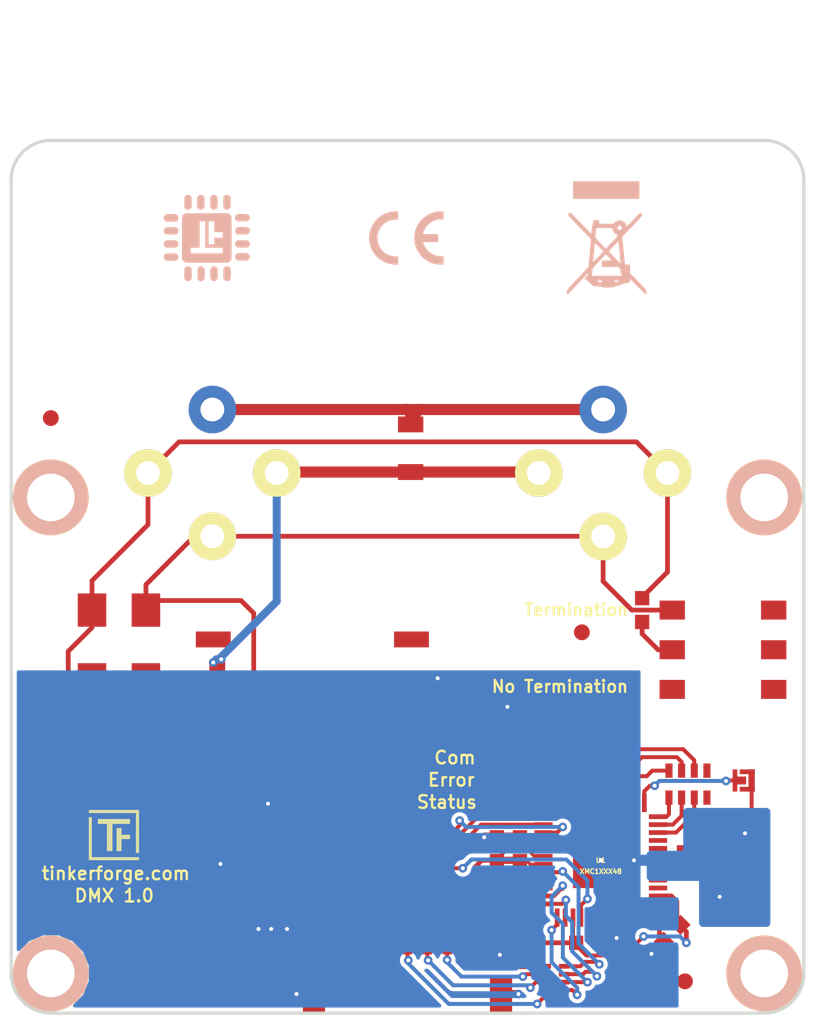
<source format=kicad_pcb>
(kicad_pcb (version 4) (host pcbnew 4.0.2+dfsg1-stable)
  (title_block (title "DMX Bricklet") (date 2017-02-20) (rev 1.0) (company "Tinkerforge GmbH") (comment 1 "Licensed under CERN OHL v.1.1") (comment 2 "Copyright (©) 2016, L.Lauer <lukas.lauer@fh-bielefeld.de>"))
  (layers (0 Vorderseite signal) (31 Rückseite signal) (34 B.Paste user) (35 F.Paste user) (36 B.SilkS user) (37 F.SilkS user) (38 B.Mask user) (39 F.Mask user) (44 Edge.Cuts user))
  (net 0 "")
  (net 1 GND)
  (net 2 VCC)
  (net 3 "Net-(C8-Pad1)")
  (net 4 "Net-(D1-Pad2)")
  (net 5 "Net-(D2-Pad2)")
  (net 6 "Net-(D3-Pad2)")
  (net 7 S-MISO)
  (net 8 S-MOSI)
  (net 9 S-CLK)
  (net 10 S-CS)
  (net 11 "Net-(P2-Pad2)")
  (net 12 "Net-(RP1-Pad5)")
  (net 13 "Net-(RP1-Pad6)")
  (net 14 "Net-(RP1-Pad7)")
  (net 15 "Net-(R1-Pad1)")
  (net 16 "Net-(D4-Pad1)")
  (net 17 "Net-(D5-Pad1)")
  (net 18 485-DE)
  (net 19 "Net-(RP2-Pad5)")
  (net 20 "Net-(RP2-Pad6)")
  (net 21 "Net-(RP2-Pad7)")
  (net 22 "Net-(RP2-Pad8)")
  (net 23 "Net-(C9-Pad1)")
  (net 24 "Net-(R9-Pad1)")
  (net 25 "Net-(D4-Pad2)")
  (net 26 "Net-(L1-Pad1)")
  (net 27 "Net-(L1-Pad2)")
  (net 28 485-RX)
  (net 29 485-~RE)
  (net 30 485-TX)
  (net 31 "Net-(C10-Pad1)")
  (net 32 "Net-(P1-Pad4)")
  (net 33 "Net-(P1-Pad5)")
  (net 34 "Net-(P1-Pad6)")
  (net 35 "Net-(P3-Pad7)")
  (net 36 "Net-(P1-Pad1)")
  (net 37 "Net-(RP1-Pad1)")
  (net 38 "Net-(RP1-Pad8)")
  (net 39 "Net-(SW1-Pad6)")
  (net 40 "Net-(SW1-Pad5)")
  (net 41 "Net-(SW1-Pad4)")
  (net 42 "Net-(SW1-Pad3)")
  (net 43 "Net-(U1-Pad2)")
  (net 44 "Net-(U1-Pad3)")
  (net 45 "Net-(U1-Pad4)")
  (net 46 "Net-(U1-Pad5)")
  (net 47 "Net-(U1-Pad6)")
  (net 48 "Net-(U1-Pad7)")
  (net 49 "Net-(U1-Pad8)")
  (net 50 "Net-(U1-Pad9)")
  (net 51 "Net-(U1-Pad10)")
  (net 52 "Net-(U1-Pad11)")
  (net 53 "Net-(U1-Pad12)")
  (net 54 "Net-(U1-Pad16)")
  (net 55 "Net-(U1-Pad21)")
  (net 56 "Net-(U1-Pad22)")
  (net 57 "Net-(U1-Pad26)")
  (net 58 "Net-(U1-Pad29)")
  (net 59 "Net-(U1-Pad30)")
  (net 60 "Net-(U1-Pad31)")
  (net 61 "Net-(U1-Pad32)")
  (net 62 "Net-(U1-Pad33)")
  (net 63 "Net-(U1-Pad34)")
  (net 64 "Net-(U1-Pad35)")
  (net 65 "Net-(U1-Pad36)")
  (net 66 "Net-(U1-Pad39)")
  (net 67 "Net-(U1-Pad40)")
  (net 68 "Net-(U1-Pad43)")
  (net 69 "Net-(U1-Pad44)")
  (net 70 "Net-(U1-Pad45)")
  (module kicad-libraries:SolderJumper (layer Vorderseite) (at 169.317157 106.370711 180)
    (fp_text reference P2)
    (fp_text value BOOT)
    (pad 2 smd rect (at 0.55 0 180) (size 0.3 1.4) (layers Vorderseite F.Mask) (net 11 "Net-(P2-Pad2)"))
    (pad 2 smd rect (at 0.15 0 180) (size 0.6 0.5) (layers Vorderseite F.Mask) (net 11 "Net-(P2-Pad2)"))
    (pad 1 smd rect (at -0.5 0 180) (size 0.4 1.4) (layers Vorderseite F.Mask) (net 1 GND))
    (pad 1 smd rect (at -0.225 0.55 180) (size 0.95 0.3) (layers Vorderseite F.Mask) (net 1 GND))
    (pad 1 smd rect (at -0.225 -0.55 180) (size 0.95 0.3) (layers Vorderseite F.Mask) (net 1 GND))
  )
  (module kicad-libraries:0603X4 (layer Vorderseite) (at 165.8 106.6)
    (fp_text reference RP1)
    (fp_text value 1k)
    (pad 1 smd rect (at 1.19888 -0.8509) (size 0.44958 0.89916) (layers Vorderseite F.Paste F.Mask) (net 37 "Net-(RP1-Pad1)"))
    (pad 2 smd rect (at 0.39878 -0.8509) (size 0.44958 0.89916) (layers Vorderseite F.Paste F.Mask) (net 4 "Net-(D1-Pad2)"))
    (pad 3 smd rect (at -0.39878 -0.8509) (size 0.44958 0.89916) (layers Vorderseite F.Paste F.Mask) (net 5 "Net-(D2-Pad2)"))
    (pad 4 smd rect (at -1.19888 -0.8509) (size 0.44958 0.89916) (layers Vorderseite F.Paste F.Mask) (net 6 "Net-(D3-Pad2)"))
    (pad 5 smd rect (at -1.19888 0.8509) (size 0.44958 0.89916) (layers Vorderseite F.Paste F.Mask) (net 12 "Net-(RP1-Pad5)"))
    (pad 6 smd rect (at -0.39878 0.8509) (size 0.44958 0.89916) (layers Vorderseite F.Paste F.Mask) (net 13 "Net-(RP1-Pad6)"))
    (pad 7 smd rect (at 0.39878 0.8509) (size 0.44958 0.89916) (layers Vorderseite F.Paste F.Mask) (net 14 "Net-(RP1-Pad7)"))
    (pad 8 smd rect (at 1.19888 0.8509) (size 0.44958 0.89916) (layers Vorderseite F.Paste F.Mask) (net 38 "Net-(RP1-Pad8)"))
  )
  (module kicad-libraries:CRYSTAL_3225 (layer Vorderseite) (at 168.6 111.7 270)
    (fp_text reference X1)
    (fp_text value 16MHz)
    (pad 3 smd rect (at -1.09982 -0.8001 270) (size 1.39954 1.15062) (layers Vorderseite F.Paste F.Mask) (net 1 GND))
    (pad 2 smd rect (at 1.09982 -0.8001 270) (size 1.39954 1.15062) (layers Vorderseite F.Paste F.Mask) (net 3 "Net-(C8-Pad1)"))
    (pad 1 smd rect (at -1.09982 0.8001 270) (size 1.39954 1.15062) (layers Vorderseite F.Paste F.Mask) (net 23 "Net-(C9-Pad1)"))
    (pad 3 smd rect (at 1.09982 0.8001 270) (size 1.39954 1.15062) (layers Vorderseite F.Paste F.Mask) (net 1 GND))
  )
  (module kicad-libraries:QFN48-EP2 (layer Vorderseite) (at 160.3 111.4 180)
    (fp_text reference U1 (at 0 0 180) (layer F.SilkS) (effects (font (size 0.29972 0.29972) (thickness 0.0762))))
    (fp_text value XMC1XXX48 (at 0 -0.7 180) (layer F.SilkS) (effects (font (size 0.29972 0.29972) (thickness 0.0762))))
    (pad 1 smd rect (at -2.74828 3.61188) (size 0.29972 1.14808) (layers Vorderseite F.Paste F.Mask) (net 11 "Net-(P2-Pad2)"))
    (pad 2 smd rect (at -2.2479 3.61188) (size 0.29972 1.14808) (layers Vorderseite F.Paste F.Mask) (net 43 "Net-(U1-Pad2)"))
    (pad 3 smd rect (at -1.74752 3.61188) (size 0.29972 1.14808) (layers Vorderseite F.Paste F.Mask) (net 44 "Net-(U1-Pad3)"))
    (pad 4 smd rect (at -1.24968 3.61188) (size 0.29972 1.14808) (layers Vorderseite F.Paste F.Mask) (net 45 "Net-(U1-Pad4)"))
    (pad 5 smd rect (at -0.7493 3.61188) (size 0.29972 1.14808) (layers Vorderseite F.Paste F.Mask) (net 46 "Net-(U1-Pad5)"))
    (pad 6 smd rect (at -0.24892 3.61188) (size 0.29972 1.14808) (layers Vorderseite F.Paste F.Mask) (net 47 "Net-(U1-Pad6)"))
    (pad 7 smd rect (at 0.24892 3.61188) (size 0.29972 1.14808) (layers Vorderseite F.Paste F.Mask) (net 48 "Net-(U1-Pad7)"))
    (pad 8 smd rect (at 0.7493 3.61188) (size 0.29972 1.14808) (layers Vorderseite F.Paste F.Mask) (net 49 "Net-(U1-Pad8)"))
    (pad 9 smd rect (at 1.24968 3.61188) (size 0.29972 1.14808) (layers Vorderseite F.Paste F.Mask) (net 50 "Net-(U1-Pad9)"))
    (pad 10 smd rect (at 1.74752 3.61188) (size 0.29972 1.14808) (layers Vorderseite F.Paste F.Mask) (net 51 "Net-(U1-Pad10)"))
    (pad 11 smd rect (at 2.2479 3.61188) (size 0.29972 1.14808) (layers Vorderseite F.Paste F.Mask) (net 52 "Net-(U1-Pad11)"))
    (pad 12 smd rect (at 2.74828 3.61188) (size 0.29972 1.14808) (layers Vorderseite F.Paste F.Mask) (net 53 "Net-(U1-Pad12)"))
    (pad 13 smd rect (at 3.61188 2.74828 90) (size 0.29972 1.14808) (layers Vorderseite F.Paste F.Mask) (net 18 485-DE))
    (pad 14 smd rect (at 3.61188 2.2479 90) (size 0.29972 1.14808) (layers Vorderseite F.Paste F.Mask) (net 29 485-~RE))
    (pad 15 smd rect (at 3.61188 1.74752 90) (size 0.29972 1.14808) (layers Vorderseite F.Paste F.Mask) (net 30 485-TX))
    (pad 16 smd rect (at 3.61188 1.24968 90) (size 0.29972 1.14808) (layers Vorderseite F.Paste F.Mask) (net 54 "Net-(U1-Pad16)"))
    (pad 17 smd rect (at 3.61188 0.7493 90) (size 0.29972 1.14808) (layers Vorderseite F.Paste F.Mask) (net 1 GND))
    (pad 18 smd rect (at 3.61188 0.24892 90) (size 0.29972 1.14808) (layers Vorderseite F.Paste F.Mask) (net 2 VCC))
    (pad 19 smd rect (at 3.61188 -0.24892 90) (size 0.29972 1.14808) (layers Vorderseite F.Paste F.Mask) (net 2 VCC))
    (pad 20 smd rect (at 3.61188 -0.7493 90) (size 0.29972 1.14808) (layers Vorderseite F.Paste F.Mask) (net 7 S-MISO))
    (pad 21 smd rect (at 3.61188 -1.24968 90) (size 0.29972 1.14808) (layers Vorderseite F.Paste F.Mask) (net 55 "Net-(U1-Pad21)"))
    (pad 22 smd rect (at 3.61188 -1.74752 90) (size 0.29972 1.14808) (layers Vorderseite F.Paste F.Mask) (net 56 "Net-(U1-Pad22)"))
    (pad 23 smd rect (at 3.61188 -2.2479 90) (size 0.29972 1.14808) (layers Vorderseite F.Paste F.Mask) (net 9 S-CLK))
    (pad 24 smd rect (at 3.61188 -2.74828 90) (size 0.29972 1.14808) (layers Vorderseite F.Paste F.Mask) (net 8 S-MOSI))
    (pad 25 smd rect (at 2.74828 -3.61188 180) (size 0.29972 1.14808) (layers Vorderseite F.Paste F.Mask) (net 10 S-CS))
    (pad 26 smd rect (at 2.2479 -3.61188 180) (size 0.29972 1.14808) (layers Vorderseite F.Paste F.Mask) (net 57 "Net-(U1-Pad26)"))
    (pad 27 smd rect (at 1.74752 -3.61188 180) (size 0.29972 1.14808) (layers Vorderseite F.Paste F.Mask) (net 2 VCC))
    (pad 28 smd rect (at 1.24968 -3.61188 180) (size 0.29972 1.14808) (layers Vorderseite F.Paste F.Mask) (net 28 485-RX))
    (pad 29 smd rect (at 0.7493 -3.61188 180) (size 0.29972 1.14808) (layers Vorderseite F.Paste F.Mask) (net 58 "Net-(U1-Pad29)"))
    (pad 30 smd rect (at 0.24892 -3.61188 180) (size 0.29972 1.14808) (layers Vorderseite F.Paste F.Mask) (net 59 "Net-(U1-Pad30)"))
    (pad 31 smd rect (at -0.24892 -3.61188 180) (size 0.29972 1.14808) (layers Vorderseite F.Paste F.Mask) (net 60 "Net-(U1-Pad31)"))
    (pad 32 smd rect (at -0.7493 -3.61188 180) (size 0.29972 1.14808) (layers Vorderseite F.Paste F.Mask) (net 61 "Net-(U1-Pad32)"))
    (pad 33 smd rect (at -1.24968 -3.61188 180) (size 0.29972 1.14808) (layers Vorderseite F.Paste F.Mask) (net 62 "Net-(U1-Pad33)"))
    (pad 34 smd rect (at -1.74752 -3.61188 180) (size 0.29972 1.14808) (layers Vorderseite F.Paste F.Mask) (net 63 "Net-(U1-Pad34)"))
    (pad 35 smd rect (at -2.2479 -3.61188 180) (size 0.29972 1.14808) (layers Vorderseite F.Paste F.Mask) (net 64 "Net-(U1-Pad35)"))
    (pad 36 smd rect (at -2.74828 -3.61188 180) (size 0.29972 1.14808) (layers Vorderseite F.Paste F.Mask) (net 65 "Net-(U1-Pad36)"))
    (pad 37 smd rect (at -3.60934 -2.74828 270) (size 0.29972 1.15062) (layers Vorderseite F.Paste F.Mask) (net 1 GND))
    (pad 38 smd rect (at -3.61188 -2.2479 270) (size 0.29972 1.14808) (layers Vorderseite F.Paste F.Mask) (net 2 VCC))
    (pad 39 smd rect (at -3.61188 -1.74752 270) (size 0.29972 1.14808) (layers Vorderseite F.Paste F.Mask) (net 66 "Net-(U1-Pad39)"))
    (pad 40 smd rect (at -3.61188 -1.24968 270) (size 0.29972 1.14808) (layers Vorderseite F.Paste F.Mask) (net 67 "Net-(U1-Pad40)"))
    (pad 41 smd rect (at -3.61188 -0.7493 270) (size 0.29972 1.14808) (layers Vorderseite F.Paste F.Mask) (net 3 "Net-(C8-Pad1)"))
    (pad 42 smd rect (at -3.61188 -0.24892 270) (size 0.29972 1.14808) (layers Vorderseite F.Paste F.Mask) (net 24 "Net-(R9-Pad1)"))
    (pad 43 smd rect (at -3.61188 0.24892 270) (size 0.29972 1.14808) (layers Vorderseite F.Paste F.Mask) (net 68 "Net-(U1-Pad43)"))
    (pad 44 smd rect (at -3.61188 0.7493 270) (size 0.29972 1.14808) (layers Vorderseite F.Paste F.Mask) (net 69 "Net-(U1-Pad44)"))
    (pad 45 smd rect (at -3.61188 1.24968 270) (size 0.29972 1.14808) (layers Vorderseite F.Paste F.Mask) (net 70 "Net-(U1-Pad45)"))
    (pad 46 smd rect (at -3.61188 1.74752 270) (size 0.29972 1.14808) (layers Vorderseite F.Paste F.Mask) (net 14 "Net-(RP1-Pad7)"))
    (pad 47 smd rect (at -3.61188 2.2479 270) (size 0.29972 1.14808) (layers Vorderseite F.Paste F.Mask) (net 13 "Net-(RP1-Pad6)"))
    (pad 48 smd rect (at -3.61188 2.74828 270) (size 0.29972 1.14808) (layers Vorderseite F.Paste F.Mask) (net 12 "Net-(RP1-Pad5)"))
    (pad EP smd rect (at 0 0 180) (size 3.5 3.5) (layers Vorderseite F.Paste F.Mask) (net 1 GND))
  )
  (module kicad-libraries:0603X4 (layer Vorderseite) (at 149.71 110.63 270)
    (fp_text reference RP2)
    (fp_text value 10k)
    (pad 1 smd rect (at 1.19888 -0.8509 270) (size 0.44958 0.89916) (layers Vorderseite F.Paste F.Mask) (net 28 485-RX))
    (pad 2 smd rect (at 0.39878 -0.8509 270) (size 0.44958 0.89916) (layers Vorderseite F.Paste F.Mask) (net 29 485-~RE))
    (pad 3 smd rect (at -0.39878 -0.8509 270) (size 0.44958 0.89916) (layers Vorderseite F.Paste F.Mask) (net 18 485-DE))
    (pad 4 smd rect (at -1.19888 -0.8509 270) (size 0.44958 0.89916) (layers Vorderseite F.Paste F.Mask) (net 30 485-TX))
    (pad 5 smd rect (at -1.19888 0.8509 270) (size 0.44958 0.89916) (layers Vorderseite F.Paste F.Mask) (net 19 "Net-(RP2-Pad5)"))
    (pad 6 smd rect (at -0.39878 0.8509 270) (size 0.44958 0.89916) (layers Vorderseite F.Paste F.Mask) (net 20 "Net-(RP2-Pad6)"))
    (pad 7 smd rect (at 0.39878 0.8509 270) (size 0.44958 0.89916) (layers Vorderseite F.Paste F.Mask) (net 21 "Net-(RP2-Pad7)"))
    (pad 8 smd rect (at 1.19888 0.8509 270) (size 0.44958 0.89916) (layers Vorderseite F.Paste F.Mask) (net 22 "Net-(RP2-Pad8)"))
  )
  (module kicad-libraries:Logo_31x31 (layer Vorderseite) (at 128.01 108.23)
    (fp_text reference G*** hide)
    (fp_text value Logo_31x31 hide)
  )
  (module kicad-libraries:WEEE_7mm (layer Rückseite) (at 160.66 72.18)
    (fp_text reference G*** hide)
    (fp_text value LOGO hide)
  )
  (module kicad-libraries:CE_5mm (layer Rückseite) (at 148.08 72.18)
    (fp_text reference VAL hide)
    (fp_text value CE_5mm hide)
  )
  (module kicad-libraries:Logo_CoMCU (layer Rückseite) (at 135.45 72.18)
    (fp_text reference G*** hide)
    (fp_text value LOGO hide)
  )
  (module kicad-libraries:Fiducial_Mark (layer Vorderseite) (at 165.61 119.03)
    (fp_text reference Fiducial_Mark hide)
    (fp_text value VAL** hide)
    (pad 1 smd circle (at 0 0) (size 1.00076 1.00076) (layers Vorderseite F.Paste F.Mask) (clearance 0.65024))
  )
  (module kicad-libraries:Fiducial_Mark (layer Vorderseite) (at 130.11 119.03)
    (fp_text reference Fiducial_Mark hide)
    (fp_text value VAL** hide)
    (pad 1 smd circle (at 0 0) (size 1.00076 1.00076) (layers Vorderseite F.Paste F.Mask) (clearance 0.65024))
  )
  (module kicad-libraries:Fiducial_Mark (layer Vorderseite) (at 159.11 97.03)
    (fp_text reference Fiducial_Mark hide)
    (fp_text value VAL** hide)
    (pad 1 smd circle (at 0 0) (size 1.00076 1.00076) (layers Vorderseite F.Paste F.Mask) (clearance 0.65024))
  )
  (module kicad-libraries:Fiducial_Mark (layer Vorderseite) (at 125.61 83.53)
    (fp_text reference Fiducial_Mark hide)
    (fp_text value VAL** hide)
    (pad 1 smd circle (at 0 0) (size 1.00076 1.00076) (layers Vorderseite F.Paste F.Mask) (clearance 0.65024))
  )
  (module kicad-libraries:SLIDE_SWITCH (layer Vorderseite) (at 168.01 98.13 270)
    (fp_text reference SW1)
    (fp_text value TER)
    (pad 6 smd rect (at -2.49936 -3.2004 270) (size 1.19888 1.6002) (layers Vorderseite F.Paste F.Mask) (net 39 "Net-(SW1-Pad6)"))
    (pad 5 smd rect (at 0 -3.2004 270) (size 1.19888 1.6002) (layers Vorderseite F.Paste F.Mask) (net 40 "Net-(SW1-Pad5)"))
    (pad 4 smd rect (at 2.49936 -3.2004 270) (size 1.19888 1.6002) (layers Vorderseite F.Paste F.Mask) (net 41 "Net-(SW1-Pad4)"))
    (pad 3 smd rect (at 2.49936 3.2004 270) (size 1.19888 1.6002) (layers Vorderseite F.Paste F.Mask) (net 42 "Net-(SW1-Pad3)"))
    (pad 2 smd rect (at 0 3.2004 270) (size 1.19888 1.6002) (layers Vorderseite F.Paste F.Mask) (net 15 "Net-(R1-Pad1)"))
    (pad 1 smd rect (at -2.49936 3.2004 270) (size 1.19888 1.6002) (layers Vorderseite F.Paste F.Mask) (net 16 "Net-(D4-Pad1)"))
    (pad "" np_thru_hole circle (at -3.5 -0.9 270) (size 1.2 1.2) (drill 1.2) (layers *.Cu *.Mask F.SilkS))
    (pad "" np_thru_hole circle (at -3.5 0.9 270) (size 1.2 1.2) (drill 1.2) (layers *.Cu *.Mask F.SilkS))
    (pad "" np_thru_hole circle (at 3.6 -0.9 270) (size 1.2 1.2) (drill 1.2) (layers *.Cu *.Mask F.SilkS))
    (pad "" np_thru_hole circle (at 3.6 0.9 270) (size 1.2 1.2) (drill 1.2) (layers *.Cu *.Mask F.SilkS))
  )
  (module kicad-libraries:DMX_IN_OUT_2x3POL (layer Vorderseite) (at 148.11 57.43 180)
    (fp_text reference P3)
    (fp_text value DMXCON_2x3)
    (pad 5 thru_hole circle (at -16.4 -29.56 180) (size 3 3) (drill 1.5) (layers *.Cu *.Mask F.SilkS) (net 17 "Net-(D5-Pad1)"))
    (pad 6 thru_hole circle (at -12.34 -33.56 180) (size 3 3) (drill 1.5) (layers *.Cu *.Mask F.SilkS) (net 16 "Net-(D4-Pad1)"))
    (pad 4 thru_hole circle (at -8.28 -29.56 180) (size 3 3) (drill 1.5) (layers *.Cu *.Mask F.SilkS) (net 25 "Net-(D4-Pad2)"))
    (pad 3 thru_hole circle (at 12.31 -33.55 180) (size 3 3) (drill 1.5) (layers *.Cu *.Mask F.SilkS) (net 16 "Net-(D4-Pad1)"))
    (pad 1 thru_hole circle (at 8.25 -29.56 180) (size 3 3) (drill 1.5) (layers *.Cu *.Mask F.SilkS) (net 25 "Net-(D4-Pad2)"))
    (pad 2 thru_hole circle (at 16.37 -29.56 180) (size 3 3) (drill 1.5) (layers *.Cu *.Mask F.SilkS) (net 17 "Net-(D5-Pad1)"))
    (pad 8 thru_hole circle (at -12.34 -25.56 180) (size 3 3) (drill 1.5) (layers *.Cu *.Mask) (net 35 "Net-(P3-Pad7)"))
    (pad 7 thru_hole circle (at 12.31 -25.56 180) (size 3 3) (drill 1.5) (layers *.Cu *.Mask) (net 35 "Net-(P3-Pad7)"))
  )
  (module kicad-libraries:C0603F (layer Vorderseite) (at 140.51 117.43 270)
    (fp_text reference C1)
    (fp_text value 1uF)
    (pad 1 smd rect (at -0.75 0 270) (size 0.9 0.9) (layers Vorderseite F.Paste F.Mask) (net 1 GND))
    (pad 2 smd rect (at 0.75 0 270) (size 0.9 0.9) (layers Vorderseite F.Paste F.Mask) (net 2 VCC))
  )
  (module kicad-libraries:C0603F (layer Vorderseite) (at 139.11 117.43 270)
    (fp_text reference C2)
    (fp_text value 1uF)
    (pad 1 smd rect (at -0.75 0 270) (size 0.9 0.9) (layers Vorderseite F.Paste F.Mask) (net 1 GND))
    (pad 2 smd rect (at 0.75 0 270) (size 0.9 0.9) (layers Vorderseite F.Paste F.Mask) (net 2 VCC))
  )
  (module kicad-libraries:C0603F (layer Vorderseite) (at 164.8 116 225)
    (fp_text reference C3)
    (fp_text value 100nF)
    (pad 1 smd rect (at -0.75 0 225) (size 0.9 0.9) (layers Vorderseite F.Paste F.Mask) (net 2 VCC))
    (pad 2 smd rect (at 0.75 0 225) (size 0.9 0.9) (layers Vorderseite F.Paste F.Mask) (net 1 GND))
  )
  (module kicad-libraries:C0603F (layer Vorderseite) (at 153.75 110.7 90)
    (fp_text reference C4)
    (fp_text value 100nF)
    (pad 1 smd rect (at -0.75 0 90) (size 0.9 0.9) (layers Vorderseite F.Paste F.Mask) (net 2 VCC))
    (pad 2 smd rect (at 0.75 0 90) (size 0.9 0.9) (layers Vorderseite F.Paste F.Mask) (net 1 GND))
  )
  (module kicad-libraries:C0603F (layer Vorderseite) (at 159.5 116.6)
    (fp_text reference C5)
    (fp_text value 100nF)
    (pad 1 smd rect (at -0.75 0) (size 0.9 0.9) (layers Vorderseite F.Paste F.Mask) (net 2 VCC))
    (pad 2 smd rect (at 0.75 0) (size 0.9 0.9) (layers Vorderseite F.Paste F.Mask) (net 1 GND))
  )
  (module kicad-libraries:C0603F (layer Vorderseite) (at 155.2 110.7 90)
    (fp_text reference C6)
    (fp_text value 220nF)
    (pad 1 smd rect (at -0.75 0 90) (size 0.9 0.9) (layers Vorderseite F.Paste F.Mask) (net 2 VCC))
    (pad 2 smd rect (at 0.75 0 90) (size 0.9 0.9) (layers Vorderseite F.Paste F.Mask) (net 1 GND))
  )
  (module kicad-libraries:C0603E (layer Vorderseite) (at 138.21 111.63)
    (fp_text reference C7)
    (fp_text value 100nF)
    (pad 1 smd rect (at -0.8501 0) (size 1.1 1) (layers Vorderseite F.Paste F.Mask) (net 1 GND))
    (pad 2 smd rect (at 0.8501 0) (size 1.1 1) (layers Vorderseite F.Paste F.Mask) (net 2 VCC))
  )
  (module kicad-libraries:C0603F (layer Vorderseite) (at 168.6 114.4 180)
    (fp_text reference C8)
    (fp_text value 10pF)
    (pad 1 smd rect (at -0.75 0 180) (size 0.9 0.9) (layers Vorderseite F.Paste F.Mask) (net 3 "Net-(C8-Pad1)"))
    (pad 2 smd rect (at 0.75 0 180) (size 0.9 0.9) (layers Vorderseite F.Paste F.Mask) (net 1 GND))
  )
  (module kicad-libraries:C0603F (layer Vorderseite) (at 168.6 109)
    (fp_text reference C9)
    (fp_text value 10pF)
    (pad 1 smd rect (at -0.75 0) (size 0.9 0.9) (layers Vorderseite F.Paste F.Mask) (net 23 "Net-(C9-Pad1)"))
    (pad 2 smd rect (at 0.75 0) (size 0.9 0.9) (layers Vorderseite F.Paste F.Mask) (net 1 GND))
  )
  (module kicad-libraries:C0402F (layer Vorderseite) (at 155.335 117.355 180)
    (fp_text reference C10)
    (fp_text value 220pF)
    (pad 2 smd rect (at 0.5 0 180) (size 0.6 0.7) (layers Vorderseite F.Paste F.Mask) (net 1 GND))
    (pad 1 smd rect (at -0.5 0 180) (size 0.6 0.7) (layers Vorderseite F.Paste F.Mask) (net 31 "Net-(C10-Pad1)"))
  )
  (module kicad-libraries:D0603F (layer Vorderseite) (at 154.1 105.05)
    (fp_text reference D1)
    (fp_text value yellow)
    (pad 1 smd rect (at -0.75 0) (size 0.9 0.9) (layers Vorderseite F.Paste F.Mask) (net 2 VCC))
    (pad 2 smd rect (at 0.75 0) (size 0.9 0.9) (layers Vorderseite F.Paste F.Mask) (net 4 "Net-(D1-Pad2)"))
  )
  (module kicad-libraries:D0603F (layer Vorderseite) (at 154.1 106.45)
    (fp_text reference D2)
    (fp_text value red)
    (pad 1 smd rect (at -0.75 0) (size 0.9 0.9) (layers Vorderseite F.Paste F.Mask) (net 2 VCC))
    (pad 2 smd rect (at 0.75 0) (size 0.9 0.9) (layers Vorderseite F.Paste F.Mask) (net 5 "Net-(D2-Pad2)"))
  )
  (module kicad-libraries:D0603F (layer Vorderseite) (at 154.1 107.85)
    (fp_text reference D3)
    (fp_text value blue)
    (pad 1 smd rect (at -0.75 0) (size 0.9 0.9) (layers Vorderseite F.Paste F.Mask) (net 2 VCC))
    (pad 2 smd rect (at 0.75 0) (size 0.9 0.9) (layers Vorderseite F.Paste F.Mask) (net 6 "Net-(D3-Pad2)"))
  )
  (module kicad-libraries:DO-214AC (layer Vorderseite) (at 131.61 97.83 270)
    (fp_text reference D4)
    (fp_text value SMAJ24CA)
    (pad 1 smd rect (at -2.19964 0 270) (size 2.10058 1.80086) (layers Vorderseite F.Paste F.Mask) (net 16 "Net-(D4-Pad1)"))
    (pad 2 smd rect (at 2.19964 0 270) (size 2.10058 1.80086) (layers Vorderseite F.Paste F.Mask) (net 25 "Net-(D4-Pad2)"))
  )
  (module kicad-libraries:DO-214AC (layer Vorderseite) (at 128.21 97.83 270)
    (fp_text reference D5)
    (fp_text value SMAJ24CA)
    (pad 1 smd rect (at -2.19964 0 270) (size 2.10058 1.80086) (layers Vorderseite F.Paste F.Mask) (net 17 "Net-(D5-Pad1)"))
    (pad 2 smd rect (at 2.19964 0 270) (size 2.10058 1.80086) (layers Vorderseite F.Paste F.Mask) (net 25 "Net-(D4-Pad2)"))
  )
  (module kicad-libraries:WE-SL (layer Vorderseite) (at 142.11 101.23 180)
    (fp_text reference L1)
    (fp_text value WE-SL)
    (pad 1 smd rect (at -6.25094 -3.74904 180) (size 2.19964 1.00076) (layers Vorderseite F.Paste F.Mask) (net 26 "Net-(L1-Pad1)"))
    (pad 2 smd rect (at -6.25094 -1.24968 180) (size 2.19964 1.00076) (layers Vorderseite F.Paste F.Mask) (net 27 "Net-(L1-Pad2)"))
    (pad 3 smd rect (at -6.25094 1.24968 180) (size 2.19964 1.00076) (layers Vorderseite F.Paste F.Mask) (net 1 GND))
    (pad 4 smd rect (at -6.25094 3.74904 180) (size 2.19964 1.00076) (layers Vorderseite F.Paste F.Mask))
    (pad 5 smd rect (at 6.25094 3.74904 180) (size 2.19964 1.00076) (layers Vorderseite F.Paste F.Mask))
    (pad 6 smd rect (at 6.25094 1.24968 180) (size 2.19964 1.00076) (layers Vorderseite F.Paste F.Mask) (net 25 "Net-(D4-Pad2)"))
    (pad 7 smd rect (at 6.25094 -1.24968 180) (size 2.19964 1.00076) (layers Vorderseite F.Paste F.Mask) (net 16 "Net-(D4-Pad1)"))
    (pad 8 smd rect (at 6.25094 -3.74904 180) (size 2.19964 1.00076) (layers Vorderseite F.Paste F.Mask) (net 17 "Net-(D5-Pad1)"))
  )
  (module kicad-libraries:CON-SENSOR2 (layer Vorderseite) (at 148.11 121.03)
    (fp_text reference P1)
    (fp_text value CON-SENSOR2)
    (pad 1 smd rect (at -3.75 -4.6) (size 0.6 1.8) (layers Vorderseite F.Paste F.Mask) (net 36 "Net-(P1-Pad1)"))
    (pad 2 smd rect (at -2.5 -4.6) (size 0.6 1.8) (layers Vorderseite F.Paste F.Mask) (net 1 GND))
    (pad EP smd rect (at -5.9 -1.2) (size 1.4 2.4) (layers Vorderseite F.Paste F.Mask) (net 1 GND))
    (pad EP smd rect (at 5.9 -1.2) (size 1.4 2.4) (layers Vorderseite F.Paste F.Mask) (net 1 GND))
    (pad 3 smd rect (at -1.25 -4.6) (size 0.6 1.8) (layers Vorderseite F.Paste F.Mask) (net 2 VCC))
    (pad 4 smd rect (at 0 -4.6) (size 0.6 1.8) (layers Vorderseite F.Paste F.Mask) (net 32 "Net-(P1-Pad4)"))
    (pad 5 smd rect (at 1.25 -4.6) (size 0.6 1.8) (layers Vorderseite F.Paste F.Mask) (net 33 "Net-(P1-Pad5)"))
    (pad 6 smd rect (at 2.5 -4.6) (size 0.6 1.8) (layers Vorderseite F.Paste F.Mask) (net 34 "Net-(P1-Pad6)"))
    (pad 7 smd rect (at 3.75 -4.6) (size 0.6 1.8) (layers Vorderseite F.Paste F.Mask) (net 31 "Net-(C10-Pad1)"))
  )
  (module kicad-libraries:R0603F (layer Vorderseite) (at 162.91 95.63 90)
    (fp_text reference R1)
    (fp_text value 120)
    (pad 1 smd rect (at -0.75 0 90) (size 0.9 0.9) (layers Vorderseite F.Paste F.Mask) (net 15 "Net-(R1-Pad1)"))
    (pad 2 smd rect (at 0.75 0 90) (size 0.9 0.9) (layers Vorderseite F.Paste F.Mask) (net 17 "Net-(D5-Pad1)"))
  )
  (module kicad-libraries:R1206 (layer Vorderseite) (at 148.31 85.43 270)
    (fp_text reference R2)
    (fp_text value DNP)
    (pad 1 smd rect (at -1.50114 0 270) (size 1.00076 1.6002) (layers Vorderseite F.Paste F.Mask) (net 35 "Net-(P3-Pad7)"))
    (pad 2 smd rect (at 1.50114 0 270) (size 1.00076 1.6002) (layers Vorderseite F.Paste F.Mask) (net 25 "Net-(D4-Pad2)"))
  )
  (module kicad-libraries:R0603F (layer Vorderseite) (at 152.71 103.33 180)
    (fp_text reference R3)
    (fp_text value 10k)
    (pad 1 smd rect (at -0.75 0 180) (size 0.9 0.9) (layers Vorderseite F.Paste F.Mask) (net 2 VCC))
    (pad 2 smd rect (at 0.75 0 180) (size 0.9 0.9) (layers Vorderseite F.Paste F.Mask) (net 26 "Net-(L1-Pad1)"))
  )
  (module kicad-libraries:R0603F (layer Vorderseite) (at 150.51 102.53 90)
    (fp_text reference R4)
    (fp_text value 2.2k)
    (pad 1 smd rect (at -0.75 0 90) (size 0.9 0.9) (layers Vorderseite F.Paste F.Mask) (net 26 "Net-(L1-Pad1)"))
    (pad 2 smd rect (at 0.75 0 90) (size 0.9 0.9) (layers Vorderseite F.Paste F.Mask) (net 27 "Net-(L1-Pad2)"))
  )
  (module kicad-libraries:R0603F (layer Vorderseite) (at 152.71 101.73)
    (fp_text reference R5)
    (fp_text value 10k)
    (pad 1 smd rect (at -0.75 0) (size 0.9 0.9) (layers Vorderseite F.Paste F.Mask) (net 27 "Net-(L1-Pad2)"))
    (pad 2 smd rect (at 0.75 0) (size 0.9 0.9) (layers Vorderseite F.Paste F.Mask) (net 1 GND))
  )
  (module kicad-libraries:R0402F (layer Vorderseite) (at 165.9 110.8)
    (fp_text reference R9)
    (fp_text value 0)
    (pad 2 smd rect (at 0.5 0) (size 0.6 0.7) (layers Vorderseite F.Paste F.Mask) (net 23 "Net-(C9-Pad1)"))
    (pad 1 smd rect (at -0.5 0) (size 0.6 0.7) (layers Vorderseite F.Paste F.Mask) (net 24 "Net-(R9-Pad1)"))
  )
  (module kicad-libraries:4X0402 (layer Vorderseite) (at 157.41 118.83 90)
    (fp_text reference RP4)
    (fp_text value 82)
    (pad 1 smd rect (at -0.7493 0.575 270) (size 0.29972 0.65) (layers Vorderseite F.Paste F.Mask) (net 10 S-CS))
    (pad 2 smd rect (at -0.24892 0.575 270) (size 0.29972 0.65) (layers Vorderseite F.Paste F.Mask) (net 9 S-CLK))
    (pad 3 smd rect (at 0.24892 0.575 270) (size 0.29972 0.65) (layers Vorderseite F.Paste F.Mask) (net 8 S-MOSI))
    (pad 4 smd rect (at 0.7493 0.575 270) (size 0.29972 0.65) (layers Vorderseite F.Paste F.Mask) (net 7 S-MISO))
    (pad 5 smd rect (at 0.7493 -0.575 90) (size 0.29972 0.65) (layers Vorderseite F.Paste F.Mask) (net 31 "Net-(C10-Pad1)"))
    (pad 6 smd rect (at 0.24892 -0.575 90) (size 0.29972 0.65) (layers Vorderseite F.Paste F.Mask) (net 34 "Net-(P1-Pad6)"))
    (pad 7 smd rect (at -0.24892 -0.575 90) (size 0.29972 0.65) (layers Vorderseite F.Paste F.Mask) (net 33 "Net-(P1-Pad5)"))
    (pad 8 smd rect (at -0.7493 -0.575 90) (size 0.29972 0.65) (layers Vorderseite F.Paste F.Mask) (net 32 "Net-(P1-Pad4)"))
  )
  (module kicad-libraries:DRILL_NP (layer Vorderseite) (at 125.61 88.53 270)
    (fp_text reference U2 hide)
    (fp_text value DRILL hide)
    (pad "" np_thru_hole circle (at 0 0 270) (size 2.99974 2.99974) (drill 2.99974) (layers *.Cu *.Mask F.SilkS) (clearance 0.89916))
  )
  (module kicad-libraries:DRILL_NP (layer Vorderseite) (at 170.61 118.53 90)
    (fp_text reference U3 hide)
    (fp_text value DRILL hide)
    (pad "" np_thru_hole circle (at 0 0 90) (size 2.99974 2.99974) (drill 2.99974) (layers *.Cu *.Mask F.SilkS) (clearance 0.89916))
  )
  (module kicad-libraries:DRILL_NP (layer Vorderseite) (at 125.61 118.53 90)
    (fp_text reference U4 hide)
    (fp_text value DRILL hide)
    (pad "" np_thru_hole circle (at 0 0 90) (size 2.99974 2.99974) (drill 2.99974) (layers *.Cu *.Mask F.SilkS) (clearance 0.89916))
  )
  (module kicad-libraries:DRILL_NP (layer Vorderseite) (at 170.61 88.53)
    (fp_text reference U5 hide)
    (fp_text value DRILL hide)
    (pad "" np_thru_hole circle (at 0 0) (size 2.99974 2.99974) (drill 2.99974) (layers *.Cu *.Mask F.SilkS) (clearance 0.89916))
  )
  (module kicad-libraries:SOIC8 (layer Vorderseite) (at 143.31 109.73 90)
    (fp_text reference U6)
    (fp_text value ADM3485)
    (pad 1 smd rect (at -1.90246 2.69748 270) (size 0.59944 1.5494) (layers Vorderseite F.Paste F.Mask) (net 22 "Net-(RP2-Pad8)"))
    (pad 2 smd rect (at -0.63246 2.69748 270) (size 0.59944 1.5494) (layers Vorderseite F.Paste F.Mask) (net 21 "Net-(RP2-Pad7)"))
    (pad 3 smd rect (at 0.63246 2.69748 270) (size 0.59944 1.5494) (layers Vorderseite F.Paste F.Mask) (net 20 "Net-(RP2-Pad6)"))
    (pad 4 smd rect (at 1.90246 2.69748 270) (size 0.59944 1.5494) (layers Vorderseite F.Paste F.Mask) (net 19 "Net-(RP2-Pad5)"))
    (pad 5 smd rect (at 1.90246 -2.69748 90) (size 0.59944 1.5494) (layers Vorderseite F.Paste F.Mask) (net 1 GND))
    (pad 6 smd rect (at 0.63246 -2.69748 90) (size 0.59944 1.5494) (layers Vorderseite F.Paste F.Mask) (net 27 "Net-(L1-Pad2)"))
    (pad 7 smd rect (at -0.63246 -2.69748 90) (size 0.59944 1.5494) (layers Vorderseite F.Paste F.Mask) (net 26 "Net-(L1-Pad1)"))
    (pad 8 smd rect (at -1.90246 -2.69748 90) (size 0.59944 1.5494) (layers Vorderseite F.Paste F.Mask) (net 2 VCC))
  )
  (gr_text "Termination\n\n\n\nNo Termination" (at 162.11 98.03) (layer F.SilkS) (effects (font (size 0.75 0.75)) (justify right)))
  (gr_arc (start 170.61 68.53) (end 170.61 66.03) (angle 90) (layer Edge.Cuts) (width 0.2))
  (gr_line (start 173.11 118.53) (end 173.11 68.53) (angle 90) (layer Edge.Cuts) (width 0.2))
  (gr_line (start 125.61 121.03) (end 170.61 121.03) (angle 90) (layer Edge.Cuts) (width 0.2))
  (gr_line (start 123.11 68.53) (end 123.11 118.53) (angle 90) (layer Edge.Cuts) (width 0.2))
  (gr_line (start 125.61 66.03) (end 170.61 66.03) (angle 90) (layer Edge.Cuts) (width 0.2))
  (gr_arc (start 125.61 68.53) (end 123.11 68.53) (angle 90) (layer Edge.Cuts) (width 0.2))
  (gr_arc (start 170.61 118.53) (end 173.11 118.53) (angle 90) (layer Edge.Cuts) (width 0.2))
  (gr_arc (start 125.61 118.53) (end 125.61 121.03) (angle 90) (layer Edge.Cuts) (width 0.2))
  (gr_text Com (at 149.71 104.93) (layer F.SilkS) (effects (font (size 0.8 0.8)) (justify left)))
  (gr_text Error (at 149.31 106.33) (layer F.SilkS) (effects (font (size 0.8 0.8)) (justify left)))
  (gr_text Status (at 148.61 107.73) (layer F.SilkS) (effects (font (size 0.8 0.8)) (justify left)))
  (gr_text tinkerforge.com (at 129.71 112.23) (layer F.SilkS) (effects (font (size 0.8001 0.8001) (thickness 0.14986))))
  (gr_text "DMX 1.0" (at 129.61 113.63) (layer F.SilkS) (effects (font (size 0.8001 0.8001) (thickness 0.14986))))
  (segment (start 154.685 117.355) (end 153.935 117.355) (width 0.7) (layer Vorderseite) (net 1))
  (via (at 153.935 117.355) (size 0.55) (drill 0.25) (layers Vorderseite Rückseite) (net 1))
  (segment (start 140.51 116.68) (end 140.51 115.73) (width 0.7) (layer Vorderseite) (net 1))
  (via (at 140.51 115.73) (size 0.55) (drill 0.25) (layers Vorderseite Rückseite) (net 1))
  (segment (start 139.11 116.68) (end 139.11 116.13) (width 0.7) (layer Vorderseite) (net 1))
  (segment (start 139.11 116.13) (end 139.51 115.73) (width 0.7) (layer Vorderseite) (net 1))
  (via (at 139.51 115.73) (size 0.55) (drill 0.25) (layers Vorderseite Rückseite) (net 1))
  (segment (start 138.71 115.73) (end 139.11 116.13) (width 0.7) (layer Vorderseite) (net 1))
  (via (at 138.71 115.73) (size 0.55) (drill 0.25) (layers Vorderseite Rückseite) (net 1))
  (segment (start 148.36094 99.98032) (end 149.95968 99.98032) (width 0.5) (layer Vorderseite) (net 1))
  (via (at 150.01 99.93) (size 0.55) (drill 0.25) (layers Vorderseite Rückseite) (net 1))
  (segment (start 149.95968 99.98032) (end 150.01 99.93) (width 0.5) (layer Vorderseite) (net 1))
  (segment (start 153.46 101.73) (end 154.41 101.73) (width 0.5) (layer Vorderseite) (net 1))
  (via (at 154.41 101.73) (size 0.55) (drill 0.25) (layers Vorderseite Rückseite) (net 1))
  (segment (start 140.61252 107.82754) (end 139.31246 107.82754) (width 0.5) (layer Vorderseite) (net 1))
  (via (at 139.31 107.83) (size 0.55) (drill 0.25) (layers Vorderseite Rückseite) (net 1))
  (segment (start 139.31246 107.82754) (end 139.31 107.83) (width 0.5) (layer Vorderseite) (net 1))
  (segment (start 137.3599 111.63) (end 136.31 111.63) (width 0.5) (layer Vorderseite) (net 1))
  (via (at 136.31 111.63) (size 0.55) (drill 0.25) (layers Vorderseite Rückseite) (net 1))
  (segment (start 142.21 119.83) (end 141.11 119.83) (width 0.5) (layer Vorderseite) (net 1))
  (via (at 141.11 119.83) (size 0.55) (drill 0.25) (layers Vorderseite Rückseite) (net 1))
  (segment (start 154.01 119.83) (end 155.11 119.83) (width 0.5) (layer Vorderseite) (net 1))
  (via (at 155.11 119.83) (size 0.55) (drill 0.25) (layers Vorderseite Rückseite) (net 1))
  (segment (start 140.5 116.65) (end 142.63 116.65) (width 0.5) (layer Vorderseite) (net 1))
  (segment (start 145.61 117.93) (end 145.61 116.43) (width 0.5) (layer Vorderseite) (net 1))
  (segment (start 145.41 118.13) (end 145.61 117.93) (width 0.5) (layer Vorderseite) (net 1))
  (segment (start 144.11 118.13) (end 145.41 118.13) (width 0.5) (layer Vorderseite) (net 1))
  (segment (start 142.63 116.65) (end 144.11 118.13) (width 0.5) (layer Vorderseite) (net 1))
  (segment (start 153.8 109.9) (end 153 109.9) (width 0.5) (layer Vorderseite) (net 1))
  (via (at 152.95 109.95) (size 0.55) (drill 0.25) (layers Vorderseite Rückseite) (net 1))
  (segment (start 153 109.9) (end 152.95 109.95) (width 0.5) (layer Vorderseite) (net 1))
  (segment (start 155.1 109.9) (end 153.8 109.9) (width 0.5) (layer Vorderseite) (net 1))
  (segment (start 156.68812 110.6507) (end 156.1007 110.6507) (width 0.2) (layer Vorderseite) (net 1))
  (segment (start 156.1007 110.6507) (end 155.35 109.9) (width 0.2) (layer Vorderseite) (net 1))
  (segment (start 155.35 109.9) (end 155.1 109.9) (width 0.2) (layer Vorderseite) (net 1))
  (segment (start 160.3501 116.6) (end 161 116.6) (width 0.25) (layer Vorderseite) (net 1))
  (via (at 161.3 116.3) (size 0.55) (drill 0.25) (layers Vorderseite Rückseite) (net 1))
  (segment (start 161 116.6) (end 161.3 116.3) (width 0.25) (layer Vorderseite) (net 1))
  (segment (start 169.817157 106.370711) (end 169.817157 108.632943) (width 0.25) (layer Vorderseite) (net 1))
  (segment (start 169.817157 108.632943) (end 169.4501 109) (width 0.25) (layer Vorderseite) (net 1))
  (segment (start 169.542157 105.82071) (end 169.767157 105.82071) (width 0.25) (layer Vorderseite) (net 1))
  (segment (start 169.767157 105.82071) (end 169.817157 105.870711) (width 0.25) (layer Vorderseite) (net 1))
  (segment (start 169.817157 105.870711) (end 169.817157 106.37071) (width 0.25) (layer Vorderseite) (net 1))
  (segment (start 169.542158 106.920711) (end 169.767158 106.920711) (width 0.25) (layer Vorderseite) (net 1))
  (segment (start 169.767158 106.920711) (end 169.817157 106.870711) (width 0.25) (layer Vorderseite) (net 1))
  (segment (start 169.817157 106.870711) (end 169.817157 106.37071) (width 0.25) (layer Vorderseite) (net 1))
  (segment (start 164.198889 116.601111) (end 163.5 117.3) (width 0.29972) (layer Vorderseite) (net 1))
  (via (at 163.5 117.3) (size 0.55) (drill 0.25) (layers Vorderseite Rückseite) (net 1))
  (segment (start 163.90934 114.14828) (end 164.34828 114.14828) (width 0.29972) (layer Vorderseite) (net 1))
  (segment (start 164.34828 114.14828) (end 164.6 114.4) (width 0.29972) (layer Vorderseite) (net 1))
  (segment (start 164 115.4) (end 164 116.402222) (width 0.29972) (layer Vorderseite) (net 1))
  (segment (start 164.6 114.8) (end 164 115.4) (width 0.29972) (layer Vorderseite) (net 1))
  (segment (start 164.6 114.4) (end 164.6 114.8) (width 0.29972) (layer Vorderseite) (net 1))
  (segment (start 164 116.402222) (end 164.198889 116.601111) (width 0.29972) (layer Vorderseite) (net 1))
  (segment (start 162.4 111.4) (end 167.3 111.4) (width 0.7) (layer Rückseite) (net 1))
  (via (at 167.8 113.7) (size 0.55) (drill 0.25) (layers Vorderseite Rückseite) (net 1))
  (via (at 162.4 111.4) (size 0.55) (drill 0.25) (layers Vorderseite Rückseite) (net 1))
  (segment (start 160.3 111.4) (end 162.4 111.4) (width 0.7) (layer Vorderseite) (net 1))
  (segment (start 167.8 111.9) (end 167.8 113.7) (width 0.7) (layer Rückseite) (net 1))
  (segment (start 167.3 111.4) (end 167.8 111.9) (width 0.7) (layer Rückseite) (net 1))
  (via (at 160.3 111.4) (size 0.55) (drill 0.25) (layers Vorderseite Rückseite) (net 1))
  (segment (start 169.4501 109) (end 169.4501 109.6499) (width 0.5) (layer Vorderseite) (net 1))
  (segment (start 169.4001 109.7001) (end 169.4 109.7) (width 0.5) (layer Vorderseite) (net 1))
  (via (at 169.4 109.7) (size 0.55) (drill 0.25) (layers Vorderseite Rückseite) (net 1))
  (segment (start 169.4001 109.7001) (end 169.4001 110.60018) (width 0.5) (layer Vorderseite) (net 1))
  (segment (start 169.4501 109.6499) (end 169.4 109.7) (width 0.5) (layer Vorderseite) (net 1))
  (segment (start 167.7999 112.79982) (end 167.7999 113.6999) (width 0.5) (layer Vorderseite) (net 1))
  (segment (start 167.7999 113.6999) (end 167.8 113.7) (width 0.5) (layer Vorderseite) (net 1))
  (segment (start 167.7499 113.7501) (end 167.8 113.7) (width 0.5) (layer Vorderseite) (net 1))
  (segment (start 167.7499 113.7501) (end 167.7499 114.4) (width 0.5) (layer Vorderseite) (net 1))
  (segment (start 160.5 111.4) (end 160.3 111.4) (width 0.25) (layer Vorderseite) (net 1))
  (segment (start 139.0601 114.8399) (end 138.4001 114.8399) (width 0.45) (layer Vorderseite) (net 2))
  (segment (start 138.16 118.18) (end 139.11 118.18) (width 0.45) (layer Vorderseite) (net 2))
  (segment (start 137.71 117.73) (end 138.16 118.18) (width 0.45) (layer Vorderseite) (net 2))
  (segment (start 137.71 115.53) (end 137.71 117.73) (width 0.45) (layer Vorderseite) (net 2))
  (segment (start 138.4001 114.8399) (end 137.71 115.53) (width 0.45) (layer Vorderseite) (net 2))
  (segment (start 140.51 118.18) (end 139.11 118.18) (width 0.7) (layer Vorderseite) (net 2))
  (segment (start 153.2499 105.05) (end 153.2499 103.5401) (width 0.29972) (layer Vorderseite) (net 2))
  (segment (start 153.2499 103.5401) (end 153.46 103.33) (width 0.29972) (layer Vorderseite) (net 2))
  (segment (start 139.0601 111.63) (end 139.0601 114.8399) (width 0.45) (layer Vorderseite) (net 2))
  (segment (start 139.0601 114.8399) (end 139 114.9) (width 0.29972) (layer Vorderseite) (net 2))
  (segment (start 140.61252 111.63246) (end 139.06256 111.63246) (width 0.5) (layer Vorderseite) (net 2))
  (segment (start 139.06256 111.63246) (end 139.0601 111.63) (width 0.5) (layer Vorderseite) (net 2))
  (segment (start 158.75 116.6) (end 153.88 116.6) (width 0.29972) (layer Vorderseite) (net 2))
  (segment (start 152.155 114.875) (end 150.525 114.875) (width 0.29972) (layer Vorderseite) (net 2))
  (segment (start 153.88 116.6) (end 152.155 114.875) (width 0.29972) (layer Vorderseite) (net 2))
  (segment (start 150.525 114.875) (end 152.35 113.05) (width 0.29972) (layer Vorderseite) (net 2))
  (segment (start 148.8 114.9) (end 148.825 114.875) (width 0.29972) (layer Vorderseite) (net 2))
  (segment (start 148.825 114.875) (end 150.525 114.875) (width 0.29972) (layer Vorderseite) (net 2))
  (segment (start 148.8 114.9) (end 148.825 114.875) (width 0.25) (layer Vorderseite) (net 2))
  (segment (start 148.825 114.875) (end 149.7 114) (width 0.25) (layer Vorderseite) (net 2))
  (segment (start 139 114.9) (end 148.8 114.9) (width 0.29972) (layer Vorderseite) (net 2))
  (segment (start 149.7 114) (end 149.7 108.2) (width 0.25) (layer Vorderseite) (net 2))
  (segment (start 149.7 108.2) (end 151.5 106.4) (width 0.25) (layer Vorderseite) (net 2))
  (segment (start 152.8 111.4) (end 153.8 111.4) (width 0.29972) (layer Vorderseite) (net 2))
  (segment (start 155.1 111.4) (end 153.8 111.4) (width 0.45) (layer Vorderseite) (net 2))
  (segment (start 153.8 111.4) (end 153.8 111.3) (width 0.2) (layer Vorderseite) (net 2))
  (segment (start 153.8 111.3) (end 154.4 110.7) (width 0.2) (layer Vorderseite) (net 2))
  (segment (start 154.4 110.7) (end 155.65 110.7) (width 0.2) (layer Vorderseite) (net 2))
  (segment (start 155.65 110.7) (end 156.10108 111.15108) (width 0.2) (layer Vorderseite) (net 2))
  (segment (start 152.35 111.85) (end 152.8 111.4) (width 0.29972) (layer Vorderseite) (net 2))
  (segment (start 152.35 113.05) (end 152.35 111.85) (width 0.29972) (layer Vorderseite) (net 2))
  (segment (start 156.10108 111.15108) (end 156.68812 111.15108) (width 0.2) (layer Vorderseite) (net 2))
  (segment (start 158.55248 115.01188) (end 158.55248 116.50258) (width 0.25) (layer Vorderseite) (net 2))
  (segment (start 158.55248 116.50258) (end 158.6499 116.6) (width 0.25) (layer Vorderseite) (net 2))
  (segment (start 158.6499 116.6) (end 158.6499 116.6499) (width 0.25) (layer Vorderseite) (net 2))
  (segment (start 158.6499 116.6499) (end 159.4 117.4) (width 0.25) (layer Vorderseite) (net 2))
  (segment (start 161.6 116.9) (end 162.3 116.9) (width 0.25) (layer Vorderseite) (net 2))
  (segment (start 162.3 116.9) (end 163 116.2) (width 0.25) (layer Vorderseite) (net 2))
  (segment (start 165.7 115.9) (end 165.7 116.6) (width 0.29972) (layer Vorderseite) (net 2))
  (via (at 163 116.2) (size 0.55) (drill 0.25) (layers Vorderseite Rückseite) (net 2))
  (segment (start 163 116.2) (end 165.3 116.2) (width 0.25) (layer Rückseite) (net 2))
  (segment (start 165.3 116.2) (end 165.7 116.6) (width 0.25) (layer Rückseite) (net 2))
  (segment (start 165.401111 115.601111) (end 165.7 115.9) (width 0.29972) (layer Vorderseite) (net 2))
  (via (at 165.7 116.6) (size 0.55) (drill 0.25) (layers Vorderseite Rückseite) (net 2))
  (segment (start 161.1 117.4) (end 161.6 116.9) (width 0.25) (layer Vorderseite) (net 2))
  (segment (start 159.4 117.4) (end 161.1 117.4) (width 0.25) (layer Vorderseite) (net 2))
  (segment (start 165.401111 115.398889) (end 165.401111 115.601111) (width 0.29972) (layer Vorderseite) (net 2))
  (segment (start 163.91188 113.6479) (end 164.7479 113.6479) (width 0.29972) (layer Vorderseite) (net 2))
  (segment (start 165.1 114) (end 165.1 115.097778) (width 0.29972) (layer Vorderseite) (net 2))
  (segment (start 164.7479 113.6479) (end 165.1 114) (width 0.29972) (layer Vorderseite) (net 2))
  (segment (start 165.1 115.097778) (end 165.401111 115.398889) (width 0.29972) (layer Vorderseite) (net 2))
  (segment (start 152.9499 107.8) (end 152.9499 106.4) (width 0.25) (layer Vorderseite) (net 2))
  (segment (start 152.9499 105) (end 152.9499 106.4) (width 0.25) (layer Vorderseite) (net 2))
  (segment (start 151.5 106.4) (end 152.9499 106.4) (width 0.25) (layer Vorderseite) (net 2))
  (segment (start 156.68812 111.64892) (end 155.84892 111.64892) (width 0.2) (layer Vorderseite) (net 2))
  (segment (start 155.6 111.4) (end 155.1 111.4) (width 0.2) (layer Vorderseite) (net 2))
  (segment (start 155.84892 111.64892) (end 155.6 111.4) (width 0.2) (layer Vorderseite) (net 2))
  (segment (start 140.5 118.15) (end 143.13 118.15) (width 0.5) (layer Vorderseite) (net 2))
  (segment (start 146.86 117.78) (end 146.86 116.43) (width 0.5) (layer Vorderseite) (net 2))
  (segment (start 145.81 118.83) (end 146.86 117.78) (width 0.5) (layer Vorderseite) (net 2))
  (segment (start 143.81 118.83) (end 145.81 118.83) (width 0.5) (layer Vorderseite) (net 2))
  (segment (start 143.13 118.15) (end 143.81 118.83) (width 0.5) (layer Vorderseite) (net 2))
  (segment (start 140.5 118.2501) (end 140.8499 118.2501) (width 0.5) (layer Vorderseite) (net 2))
  (segment (start 169.4501 114.4) (end 169.4501 112.84982) (width 0.7) (layer Vorderseite) (net 3))
  (segment (start 169.4501 112.84982) (end 169.4001 112.79982) (width 0.7) (layer Vorderseite) (net 3))
  (segment (start 169.4001 112.79982) (end 169.4001 112.6001) (width 0.25) (layer Vorderseite) (net 3))
  (segment (start 169.4001 112.6001) (end 168.5 111.7) (width 0.25) (layer Vorderseite) (net 3))
  (segment (start 168.5 111.7) (end 166.1 111.7) (width 0.25) (layer Vorderseite) (net 3))
  (segment (start 166.1 111.7) (end 165.6507 112.1493) (width 0.25) (layer Vorderseite) (net 3))
  (segment (start 165.6507 112.1493) (end 163.91188 112.1493) (width 0.25) (layer Vorderseite) (net 3))
  (segment (start 166.19878 105.7491) (end 166.19878 105.09878) (width 0.25) (layer Vorderseite) (net 4))
  (segment (start 166.19878 105.09878) (end 165.5 104.4) (width 0.25) (layer Vorderseite) (net 4))
  (segment (start 161.8 105) (end 155.1501 105) (width 0.25) (layer Vorderseite) (net 4))
  (segment (start 165.5 104.4) (end 162.4 104.4) (width 0.25) (layer Vorderseite) (net 4))
  (segment (start 162.4 104.4) (end 161.8 105) (width 0.25) (layer Vorderseite) (net 4))
  (segment (start 162.3 105.5) (end 157.2 105.5) (width 0.25) (layer Vorderseite) (net 5))
  (segment (start 165.40122 105.20122) (end 165.1 104.9) (width 0.25) (layer Vorderseite) (net 5))
  (segment (start 165.40122 105.7491) (end 165.40122 105.20122) (width 0.25) (layer Vorderseite) (net 5))
  (segment (start 165.1 104.9) (end 162.9 104.9) (width 0.25) (layer Vorderseite) (net 5))
  (segment (start 162.9 104.9) (end 162.3 105.5) (width 0.25) (layer Vorderseite) (net 5))
  (segment (start 156.3 106.4) (end 155.1501 106.4) (width 0.25) (layer Vorderseite) (net 5))
  (segment (start 157.2 105.5) (end 156.3 106.4) (width 0.25) (layer Vorderseite) (net 5))
  (segment (start 155.1501 107.8) (end 156.2 107.8) (width 0.25) (layer Vorderseite) (net 6))
  (segment (start 157.9 106.1) (end 163.2 106.1) (width 0.25) (layer Vorderseite) (net 6))
  (segment (start 156.2 107.8) (end 157.9 106.1) (width 0.25) (layer Vorderseite) (net 6))
  (segment (start 164.60112 105.7491) (end 163.5509 105.7491) (width 0.25) (layer Vorderseite) (net 6))
  (segment (start 163.5509 105.7491) (end 163.2 106.1) (width 0.25) (layer Vorderseite) (net 6))
  (segment (start 157.9 112.1) (end 158.9 113.1) (width 0.25) (layer Rückseite) (net 7))
  (segment (start 158.9 113.1) (end 158.9 116.645) (width 0.25) (layer Rückseite) (net 7))
  (segment (start 159.4 117.799862) (end 159.4 117.8) (width 0.25) (layer Vorderseite) (net 7))
  (segment (start 160.054862 117.799862) (end 159.4 117.799862) (width 0.25) (layer Vorderseite) (net 7))
  (segment (start 160.21 117.955) (end 160.054862 117.799862) (width 0.25) (layer Vorderseite) (net 7))
  (via (at 160.21 117.955) (size 0.55) (drill 0.25) (layers Vorderseite Rückseite) (net 7))
  (segment (start 158.9 116.645) (end 160.21 117.955) (width 0.25) (layer Rückseite) (net 7))
  (segment (start 159.4 117.8) (end 159.29 117.8) (width 0.25) (layer Vorderseite) (net 7))
  (segment (start 159.0093 118.0807) (end 157.985 118.0807) (width 0.25) (layer Vorderseite) (net 7))
  (segment (start 159.29 117.8) (end 159.0093 118.0807) (width 0.25) (layer Vorderseite) (net 7))
  (segment (start 157.8507 112.1493) (end 157.9 112.1) (width 0.25) (layer Vorderseite) (net 7))
  (via (at 157.9 112.1) (size 0.55) (drill 0.25) (layers Vorderseite Rückseite) (net 7))
  (segment (start 157.8507 112.1493) (end 156.68812 112.1493) (width 0.25) (layer Vorderseite) (net 7))
  (segment (start 158.1 113.9) (end 158.1 114.9) (width 0.25) (layer Rückseite) (net 8))
  (segment (start 158.1 114.9) (end 158.5 115.3) (width 0.25) (layer Rückseite) (net 8))
  (segment (start 158.5 115.3) (end 158.5 117.145) (width 0.25) (layer Rückseite) (net 8))
  (segment (start 158.5 117.145) (end 160.06 118.705) (width 0.25) (layer Rückseite) (net 8))
  (via (at 160.06 118.705) (size 0.55) (drill 0.25) (layers Vorderseite Rückseite) (net 8))
  (segment (start 160.06 118.705) (end 159.785 118.43) (width 0.25) (layer Vorderseite) (net 8))
  (segment (start 159.785 118.43) (end 159.335 118.43) (width 0.25) (layer Vorderseite) (net 8))
  (segment (start 159.335 118.43) (end 159.18392 118.58108) (width 0.25) (layer Vorderseite) (net 8))
  (segment (start 159.18392 118.58108) (end 157.985 118.58108) (width 0.25) (layer Vorderseite) (net 8))
  (segment (start 158.5 115.3) (end 158.1 114.9) (width 0.25) (layer Rückseite) (net 8))
  (via (at 158.1 113.9) (size 0.55) (drill 0.25) (layers Vorderseite Rückseite) (net 8))
  (segment (start 158.1 113.9) (end 157.85172 114.14828) (width 0.25) (layer Vorderseite) (net 8))
  (segment (start 156.68812 114.14828) (end 157.85172 114.14828) (width 0.25) (layer Vorderseite) (net 8))
  (segment (start 156.68812 114.14828) (end 156.29172 114.14828) (width 0.25) (layer Vorderseite) (net 8))
  (segment (start 157.9 113) (end 157.2 113.7) (width 0.25) (layer Rückseite) (net 9))
  (segment (start 157.2 113.7) (end 157.2 114.7) (width 0.25) (layer Rückseite) (net 9))
  (segment (start 157.2 114.7) (end 157.91 115.41) (width 0.25) (layer Rückseite) (net 9))
  (segment (start 157.91 115.41) (end 157.91 117.53) (width 0.25) (layer Rückseite) (net 9))
  (segment (start 157.91 117.53) (end 159.46 119.08) (width 0.25) (layer Rückseite) (net 9))
  (via (at 159.46 119.08) (size 0.55) (drill 0.25) (layers Vorderseite Rückseite) (net 9))
  (segment (start 159.46 119.08) (end 159.46 119.07892) (width 0.25) (layer Vorderseite) (net 9))
  (segment (start 159.46 119.07892) (end 157.985 119.07892) (width 0.25) (layer Vorderseite) (net 9))
  (segment (start 157.3521 113.6479) (end 156.68812 113.6479) (width 0.25) (layer Vorderseite) (net 9))
  (segment (start 157.8 113.2) (end 157.3521 113.6479) (width 0.25) (layer Vorderseite) (net 9))
  (segment (start 157.9 113.2) (end 157.8 113.2) (width 0.25) (layer Vorderseite) (net 9))
  (segment (start 157.9 113) (end 157.9 113.2) (width 0.25) (layer Vorderseite) (net 9))
  (via (at 157.9 113) (size 0.55) (drill 0.25) (layers Vorderseite Rückseite) (net 9))
  (segment (start 157.2 114.7) (end 157.2 113.7) (width 0.25) (layer Rückseite) (net 9))
  (segment (start 157.2 115.8) (end 157.2 117.82) (width 0.25) (layer Rückseite) (net 10))
  (segment (start 158.5093 119.5793) (end 157.985 119.5793) (width 0.25) (layer Vorderseite) (net 10))
  (segment (start 158.81 119.88) (end 158.5093 119.5793) (width 0.25) (layer Vorderseite) (net 10))
  (via (at 158.81 119.88) (size 0.55) (drill 0.25) (layers Vorderseite Rückseite) (net 10))
  (segment (start 158.81 119.43) (end 158.81 119.88) (width 0.25) (layer Rückseite) (net 10))
  (segment (start 157.2 117.82) (end 158.81 119.43) (width 0.25) (layer Rückseite) (net 10))
  (segment (start 157.2 115.8) (end 157.55172 115.44828) (width 0.25) (layer Vorderseite) (net 10))
  (via (at 157.2 115.8) (size 0.55) (drill 0.25) (layers Vorderseite Rückseite) (net 10))
  (segment (start 157.55172 115.01188) (end 157.55172 115.44828) (width 0.25) (layer Vorderseite) (net 10))
  (segment (start 163.04828 107.78812) (end 163.04828 107.05172) (width 0.25) (layer Vorderseite) (net 11))
  (segment (start 168.229289 106.370711) (end 168.767157 106.370711) (width 0.25) (layer Vorderseite) (net 11))
  (segment (start 168.2 106.4) (end 168.229289 106.370711) (width 0.25) (layer Vorderseite) (net 11))
  (via (at 168.2 106.4) (size 0.55) (drill 0.25) (layers Vorderseite Rückseite) (net 11))
  (segment (start 164 106.4) (end 168.2 106.4) (width 0.25) (layer Rückseite) (net 11))
  (segment (start 163.7 106.7) (end 164 106.4) (width 0.25) (layer Rückseite) (net 11))
  (via (at 163.7 106.7) (size 0.55) (drill 0.25) (layers Vorderseite Rückseite) (net 11))
  (segment (start 163.4 106.7) (end 163.7 106.7) (width 0.25) (layer Vorderseite) (net 11))
  (segment (start 163.04828 107.05172) (end 163.4 106.7) (width 0.25) (layer Vorderseite) (net 11))
  (segment (start 169.167157 106.370711) (end 168.767157 106.370711) (width 0.25) (layer Vorderseite) (net 11))
  (segment (start 164.60112 107.4509) (end 164.60112 108.49888) (width 0.25) (layer Vorderseite) (net 12))
  (segment (start 164.60112 108.49888) (end 164.44828 108.65172) (width 0.25) (layer Vorderseite) (net 12))
  (segment (start 164.44828 108.65172) (end 163.91188 108.65172) (width 0.25) (layer Vorderseite) (net 12))
  (segment (start 165.40122 107.4509) (end 165.40122 108.59878) (width 0.25) (layer Vorderseite) (net 13))
  (segment (start 164.8479 109.1521) (end 163.91188 109.1521) (width 0.25) (layer Vorderseite) (net 13))
  (segment (start 165.40122 108.59878) (end 164.8479 109.1521) (width 0.25) (layer Vorderseite) (net 13))
  (segment (start 166.19878 108.50122) (end 166.19878 107.4509) (width 0.25) (layer Vorderseite) (net 14))
  (segment (start 165.04752 109.65248) (end 166.19878 108.50122) (width 0.25) (layer Vorderseite) (net 14))
  (segment (start 163.91188 109.65248) (end 165.04752 109.65248) (width 0.25) (layer Vorderseite) (net 14))
  (segment (start 164.8096 98.13) (end 163.91 98.13) (width 0.29972) (layer Vorderseite) (net 15))
  (segment (start 162.91 97.13) (end 162.91 96.3301) (width 0.29972) (layer Vorderseite) (net 15))
  (segment (start 163.91 98.13) (end 162.91 97.13) (width 0.29972) (layer Vorderseite) (net 15))
  (segment (start 135.8 90.98) (end 160.44 90.98) (width 0.29972) (layer Vorderseite) (net 16))
  (segment (start 160.44 90.98) (end 160.45 90.99) (width 0.29972) (layer Vorderseite) (net 16))
  (segment (start 131.61 95.63036) (end 131.61 94.03) (width 0.29972) (layer Vorderseite) (net 16))
  (segment (start 131.61 94.03) (end 134.66 90.98) (width 0.29972) (layer Vorderseite) (net 16))
  (segment (start 134.66 90.98) (end 135.8 90.98) (width 0.29972) (layer Vorderseite) (net 16))
  (segment (start 135.85906 102.47968) (end 137.46032 102.47968) (width 0.29972) (layer Vorderseite) (net 16))
  (segment (start 137.61 95.03) (end 132.21036 95.03) (width 0.29972) (layer Vorderseite) (net 16))
  (segment (start 138.41 95.83) (end 137.61 95.03) (width 0.29972) (layer Vorderseite) (net 16))
  (segment (start 138.41 101.53) (end 138.41 95.83) (width 0.29972) (layer Vorderseite) (net 16))
  (segment (start 137.46032 102.47968) (end 138.41 101.53) (width 0.29972) (layer Vorderseite) (net 16))
  (segment (start 132.21036 95.03) (end 131.61 95.63036) (width 0.29972) (layer Vorderseite) (net 16))
  (segment (start 164.8096 95.63064) (end 162.26064 95.63064) (width 0.29972) (layer Vorderseite) (net 16))
  (segment (start 160.45 93.82) (end 160.45 90.99) (width 0.29972) (layer Vorderseite) (net 16))
  (segment (start 162.26064 95.63064) (end 160.45 93.82) (width 0.29972) (layer Vorderseite) (net 16))
  (segment (start 162.91 94.8299) (end 164.51 93.2299) (width 0.29972) (layer Vorderseite) (net 17))
  (segment (start 164.51 93.2299) (end 164.51 86.99) (width 0.29972) (layer Vorderseite) (net 17))
  (segment (start 131.74 86.99) (end 133.7 85.03) (width 0.29972) (layer Vorderseite) (net 17))
  (segment (start 162.55 85.03) (end 164.51 86.99) (width 0.29972) (layer Vorderseite) (net 17))
  (segment (start 133.7 85.03) (end 162.55 85.03) (width 0.29972) (layer Vorderseite) (net 17))
  (segment (start 128.21 95.63036) (end 128.21 93.78) (width 0.29972) (layer Vorderseite) (net 17))
  (segment (start 131.74 90.25) (end 131.74 86.99) (width 0.29972) (layer Vorderseite) (net 17))
  (segment (start 128.21 93.78) (end 131.74 90.25) (width 0.29972) (layer Vorderseite) (net 17))
  (segment (start 130.45904 104.97904) (end 135.85906 104.97904) (width 0.29972) (layer Vorderseite) (net 17))
  (segment (start 126.71 101.23) (end 130.45904 104.97904) (width 0.29972) (layer Vorderseite) (net 17))
  (segment (start 126.71 98.23) (end 126.71 101.23) (width 0.29972) (layer Vorderseite) (net 17))
  (segment (start 128.21 95.63036) (end 128.21 96.73) (width 0.29972) (layer Vorderseite) (net 17))
  (segment (start 128.21 96.73) (end 126.71 98.23) (width 0.29972) (layer Vorderseite) (net 17))
  (segment (start 156.68812 108.65172) (end 152.54828 108.65172) (width 0.25) (layer Vorderseite) (net 18))
  (segment (start 152.54828 108.65172) (end 151.4 109.8) (width 0.25) (layer Vorderseite) (net 18))
  (segment (start 151.4 109.8) (end 151.4 110.1) (width 0.25) (layer Vorderseite) (net 18))
  (segment (start 151.4 110.1) (end 151.19878 110.30122) (width 0.25) (layer Vorderseite) (net 18))
  (segment (start 151.19878 110.30122) (end 150.5509 110.30122) (width 0.25) (layer Vorderseite) (net 18))
  (segment (start 148.8591 109.43112) (end 148.61112 109.43112) (width 0.29972) (layer Vorderseite) (net 19))
  (segment (start 148.61112 109.43112) (end 147.00754 107.82754) (width 0.29972) (layer Vorderseite) (net 19))
  (segment (start 147.00754 107.82754) (end 146.00748 107.82754) (width 0.29972) (layer Vorderseite) (net 19))
  (segment (start 148.8591 110.23122) (end 148.51122 110.23122) (width 0.29972) (layer Vorderseite) (net 20))
  (segment (start 148.51122 110.23122) (end 147.37754 109.09754) (width 0.29972) (layer Vorderseite) (net 20))
  (segment (start 147.37754 109.09754) (end 146.00748 109.09754) (width 0.29972) (layer Vorderseite) (net 20))
  (segment (start 148.8591 111.02878) (end 148.00878 111.02878) (width 0.29972) (layer Vorderseite) (net 21))
  (segment (start 147.34246 110.36246) (end 146.00748 110.36246) (width 0.29972) (layer Vorderseite) (net 21))
  (segment (start 148.00878 111.02878) (end 147.34246 110.36246) (width 0.29972) (layer Vorderseite) (net 21))
  (segment (start 148.8591 111.82888) (end 148.00888 111.82888) (width 0.29972) (layer Vorderseite) (net 22))
  (segment (start 147.81246 111.63246) (end 146.00748 111.63246) (width 0.29972) (layer Vorderseite) (net 22))
  (segment (start 148.00888 111.82888) (end 147.81246 111.63246) (width 0.29972) (layer Vorderseite) (net 22))
  (segment (start 166.55 110.8) (end 167.60008 110.8) (width 0.25) (layer Vorderseite) (net 23))
  (segment (start 167.60008 110.8) (end 167.7999 110.60018) (width 0.25) (layer Vorderseite) (net 23))
  (segment (start 167.7999 110.60018) (end 167.7999 109.05) (width 0.7) (layer Vorderseite) (net 23))
  (segment (start 167.7999 109.05) (end 167.7499 109) (width 0.25) (layer Vorderseite) (net 23))
  (segment (start 163.91188 111.64892) (end 164.65108 111.64892) (width 0.25) (layer Vorderseite) (net 24))
  (segment (start 164.65108 111.64892) (end 165.25 111.05) (width 0.25) (layer Vorderseite) (net 24))
  (segment (start 165.25 111.05) (end 165.25 110.8) (width 0.25) (layer Vorderseite) (net 24))
  (segment (start 148.31 86.93114) (end 139.91886 86.93114) (width 0.7) (layer Vorderseite) (net 25))
  (segment (start 139.91886 86.93114) (end 139.86 86.99) (width 0.7) (layer Vorderseite) (net 25))
  (segment (start 148.31 86.93114) (end 156.33114 86.93114) (width 0.7) (layer Vorderseite) (net 25))
  (segment (start 156.33114 86.93114) (end 156.39 86.99) (width 0.7) (layer Vorderseite) (net 25))
  (segment (start 136.36 98.73) (end 136.06 98.73) (width 0.5) (layer Rückseite) (net 25))
  (segment (start 135.86 98.93) (end 135.86 99.97938) (width 0.5) (layer Vorderseite) (net 25))
  (via (at 135.86 98.93) (size 0.55) (drill 0.25) (layers Vorderseite Rückseite) (net 25))
  (segment (start 136.06 98.73) (end 135.86 98.93) (width 0.5) (layer Rückseite) (net 25))
  (segment (start 135.85906 99.98032) (end 135.86 99.97938) (width 0.5) (layer Vorderseite) (net 25))
  (segment (start 135.85906 99.98032) (end 136.36 99.47938) (width 0.5) (layer Vorderseite) (net 25))
  (segment (start 136.36 98.73) (end 136.285 98.655) (width 0.5) (layer Rückseite) (net 25))
  (segment (start 139.86 95.08) (end 139.86 86.99) (width 0.5) (layer Rückseite) (net 25))
  (segment (start 136.285 98.655) (end 139.86 95.08) (width 0.5) (layer Rückseite) (net 25))
  (via (at 136.36 98.73) (size 0.55) (drill 0.25) (layers Vorderseite Rückseite) (net 25))
  (segment (start 136.36 99.47938) (end 136.36 98.73) (width 0.5) (layer Vorderseite) (net 25))
  (segment (start 131.61 100.02964) (end 135.80974 100.02964) (width 0.29972) (layer Vorderseite) (net 25))
  (segment (start 135.80974 100.02964) (end 135.85906 99.98032) (width 0.29972) (layer Vorderseite) (net 25))
  (segment (start 128.21 100.02964) (end 131.61 100.02964) (width 0.5) (layer Vorderseite) (net 25))
  (segment (start 150.51 103.28) (end 151.91 103.28) (width 0.29972) (layer Vorderseite) (net 26))
  (segment (start 151.91 103.28) (end 151.96 103.33) (width 0.29972) (layer Vorderseite) (net 26))
  (segment (start 148.36094 104.97904) (end 150.06096 104.97904) (width 0.29972) (layer Vorderseite) (net 26))
  (segment (start 150.51 104.53) (end 150.51 103.28) (width 0.29972) (layer Vorderseite) (net 26))
  (segment (start 150.06096 104.97904) (end 150.51 104.53) (width 0.29972) (layer Vorderseite) (net 26))
  (segment (start 140.61252 110.36246) (end 141.47754 110.36246) (width 0.29972) (layer Vorderseite) (net 26))
  (segment (start 146.86096 104.97904) (end 148.36094 104.97904) (width 0.29972) (layer Vorderseite) (net 26))
  (segment (start 141.47754 110.36246) (end 146.86096 104.97904) (width 0.29972) (layer Vorderseite) (net 26))
  (segment (start 150.51 101.78) (end 151.91 101.78) (width 0.29972) (layer Vorderseite) (net 27))
  (segment (start 151.91 101.78) (end 151.96 101.73) (width 0.29972) (layer Vorderseite) (net 27))
  (segment (start 148.36094 102.47968) (end 149.26032 102.47968) (width 0.29972) (layer Vorderseite) (net 27))
  (segment (start 149.26032 102.47968) (end 149.96 101.78) (width 0.29972) (layer Vorderseite) (net 27))
  (segment (start 149.96 101.78) (end 150.51 101.78) (width 0.29972) (layer Vorderseite) (net 27))
  (segment (start 140.61252 109.09754) (end 141.64246 109.09754) (width 0.29972) (layer Vorderseite) (net 27))
  (segment (start 147.06032 102.47968) (end 148.36094 102.47968) (width 0.29972) (layer Vorderseite) (net 27))
  (segment (start 145.91 103.63) (end 147.06032 102.47968) (width 0.29972) (layer Vorderseite) (net 27))
  (segment (start 145.91 104.83) (end 145.91 103.63) (width 0.29972) (layer Vorderseite) (net 27))
  (segment (start 141.64246 109.09754) (end 145.91 104.83) (width 0.29972) (layer Vorderseite) (net 27))
  (segment (start 159.05032 115.01188) (end 159.05032 114.23968) (width 0.25) (layer Vorderseite) (net 28))
  (segment (start 158.13 111.35) (end 152.15 111.35) (width 0.25) (layer Rückseite) (net 28))
  (segment (start 159.46 112.68) (end 158.13 111.35) (width 0.25) (layer Rückseite) (net 28))
  (segment (start 159.46 113.83) (end 159.46 112.68) (width 0.25) (layer Rückseite) (net 28))
  (via (at 159.46 113.83) (size 0.55) (drill 0.25) (layers Vorderseite Rückseite) (net 28))
  (segment (start 159.05032 114.23968) (end 159.46 113.83) (width 0.25) (layer Vorderseite) (net 28))
  (segment (start 152.15 111.35) (end 151.6 111.9) (width 0.25) (layer Rückseite) (net 28))
  (segment (start 151.6 111.9) (end 150.55202 111.9) (width 0.25) (layer Vorderseite) (net 28))
  (via (at 151.6 111.9) (size 0.55) (drill 0.25) (layers Vorderseite Rückseite) (net 28))
  (segment (start 150.55202 111.9) (end 150.5509 111.89888) (width 0.25) (layer Vorderseite) (net 28))
  (segment (start 151.40122 111.09878) (end 150.5509 111.09878) (width 0.25) (layer Vorderseite) (net 29))
  (segment (start 151.9 110.6) (end 151.40122 111.09878) (width 0.25) (layer Vorderseite) (net 29))
  (segment (start 151.9 110) (end 151.9 110.6) (width 0.25) (layer Vorderseite) (net 29))
  (segment (start 152.7479 109.1521) (end 151.9 110) (width 0.25) (layer Vorderseite) (net 29))
  (segment (start 156.68812 109.1521) (end 152.7479 109.1521) (width 0.25) (layer Vorderseite) (net 29))
  (segment (start 150.5509 109.50112) (end 151.09888 109.50112) (width 0.25) (layer Vorderseite) (net 30))
  (segment (start 151.09888 109.50112) (end 151.4 109.2) (width 0.25) (layer Vorderseite) (net 30))
  (segment (start 151.4 109.2) (end 151.4 108.9) (width 0.25) (layer Vorderseite) (net 30))
  (segment (start 151.4 108.9) (end 151.4 109.2) (width 0.25) (layer Vorderseite) (net 30))
  (via (at 151.4 108.9) (size 0.55) (drill 0.25) (layers Vorderseite Rückseite) (net 30))
  (segment (start 151.8 109.3) (end 151.4 108.9) (width 0.25) (layer Rückseite) (net 30))
  (segment (start 157.9 109.3) (end 151.8 109.3) (width 0.25) (layer Rückseite) (net 30))
  (via (at 157.9 109.3) (size 0.55) (drill 0.25) (layers Vorderseite Rückseite) (net 30))
  (segment (start 157.54752 109.65248) (end 157.9 109.3) (width 0.25) (layer Vorderseite) (net 30))
  (segment (start 156.68812 109.65248) (end 157.54752 109.65248) (width 0.25) (layer Vorderseite) (net 30))
  (segment (start 155.985 117.355) (end 155.985 118.005) (width 0.25) (layer Vorderseite) (net 31))
  (segment (start 151.86 117.655) (end 151.86 116.43) (width 0.25) (layer Vorderseite) (net 31))
  (segment (start 152.335 118.13) (end 151.86 117.655) (width 0.25) (layer Vorderseite) (net 31))
  (segment (start 155.86 118.13) (end 152.335 118.13) (width 0.25) (layer Vorderseite) (net 31))
  (segment (start 155.985 118.005) (end 155.86 118.13) (width 0.25) (layer Vorderseite) (net 31))
  (segment (start 156.835 118.0807) (end 156.7107 118.0807) (width 0.25) (layer Vorderseite) (net 31))
  (segment (start 156.7107 118.0807) (end 155.985 117.355) (width 0.25) (layer Vorderseite) (net 31))
  (segment (start 156.835 119.5793) (end 156.835 119.905) (width 0.25) (layer Vorderseite) (net 32))
  (segment (start 148.11 117.655) (end 148.11 116.43) (width 0.25) (layer Vorderseite) (net 32))
  (segment (start 148.16 117.705) (end 148.11 117.655) (width 0.25) (layer Vorderseite) (net 32))
  (via (at 148.16 117.705) (size 0.55) (drill 0.25) (layers Vorderseite Rückseite) (net 32))
  (segment (start 148.16 117.905) (end 148.16 117.705) (width 0.25) (layer Rückseite) (net 32))
  (segment (start 150.71 120.455) (end 148.16 117.905) (width 0.25) (layer Rückseite) (net 32))
  (segment (start 151.41 120.455) (end 150.71 120.455) (width 0.25) (layer Rückseite) (net 32))
  (segment (start 152.11 120.455) (end 151.41 120.455) (width 0.25) (layer Rückseite) (net 32))
  (segment (start 156.285 120.455) (end 152.11 120.455) (width 0.25) (layer Rückseite) (net 32))
  (via (at 156.285 120.455) (size 0.55) (drill 0.25) (layers Vorderseite Rückseite) (net 32))
  (segment (start 156.835 119.905) (end 156.285 120.455) (width 0.25) (layer Vorderseite) (net 32))
  (segment (start 156.835 119.07892) (end 156.21108 119.07892) (width 0.25) (layer Vorderseite) (net 33))
  (segment (start 149.36 117.655) (end 149.36 116.43) (width 0.25) (layer Vorderseite) (net 33))
  (segment (start 149.41 117.705) (end 149.36 117.655) (width 0.25) (layer Vorderseite) (net 33))
  (via (at 149.41 117.705) (size 0.55) (drill 0.25) (layers Vorderseite Rückseite) (net 33))
  (segment (start 150.985 119.28) (end 149.41 117.705) (width 0.25) (layer Rückseite) (net 33))
  (segment (start 155.71 119.28) (end 150.985 119.28) (width 0.25) (layer Rückseite) (net 33))
  (segment (start 155.86 119.43) (end 155.71 119.28) (width 0.25) (layer Rückseite) (net 33))
  (via (at 155.86 119.43) (size 0.55) (drill 0.25) (layers Vorderseite Rückseite) (net 33))
  (segment (start 156.21108 119.07892) (end 155.86 119.43) (width 0.25) (layer Vorderseite) (net 33))
  (segment (start 156.835 118.58108) (end 155.53392 118.58108) (width 0.25) (layer Vorderseite) (net 34))
  (segment (start 150.61 117.68) (end 150.61 116.43) (width 0.25) (layer Vorderseite) (net 34))
  (via (at 150.61 117.68) (size 0.55) (drill 0.25) (layers Vorderseite Rückseite) (net 34))
  (segment (start 150.61 117.83) (end 150.61 117.68) (width 0.25) (layer Rückseite) (net 34))
  (segment (start 151.51 118.73) (end 150.61 117.83) (width 0.25) (layer Rückseite) (net 34))
  (segment (start 155.385 118.73) (end 151.51 118.73) (width 0.25) (layer Rückseite) (net 34))
  (via (at 155.385 118.73) (size 0.55) (drill 0.25) (layers Vorderseite Rückseite) (net 34))
  (segment (start 155.53392 118.58108) (end 155.385 118.73) (width 0.25) (layer Vorderseite) (net 34))
  (segment (start 148.31 83.92886) (end 148.31 83.23) (width 0.7) (layer Vorderseite) (net 35))
  (segment (start 148.31 83.23) (end 148.07 82.99) (width 0.7) (layer Vorderseite) (net 35))
  (segment (start 148.31 83.92886) (end 148.31 83.53) (width 0.7) (layer Vorderseite) (net 35))
  (segment (start 148.31 83.53) (end 148.85 82.99) (width 0.7) (layer Vorderseite) (net 35))
  (segment (start 135.8 82.99) (end 148.07 82.99) (width 0.7) (layer Vorderseite) (net 35))
  (segment (start 148.07 82.99) (end 148.85 82.99) (width 0.7) (layer Vorderseite) (net 35))
  (segment (start 148.85 82.99) (end 160.45 82.99) (width 0.7) (layer Vorderseite) (net 35))
  (zone (net 1) (net_name GND) (layer Rückseite) (connect_pads yes (clearance 0.2)) (min_thickness 0.5) (fill yes (arc_segments 16) (thermal_gap 0.508) (thermal_bridge_width 0.508))
    (polygon (pts (xy 171 108.1) (xy 165.5 108.1) (xy 165.5 110.8) (xy 163.2 110.8) (xy 163.2 112.7) (xy 166.5 112.7) (xy 166.5 115.6) (xy 171 115.6)))
  )
  (zone (net 1) (net_name GND) (layer Rückseite) (connect_pads yes (clearance 0.25)) (min_thickness 0.22) (fill yes (arc_segments 16) (thermal_gap 0.25) (thermal_bridge_width 0.25))
    (polygon (pts (xy 162.81 113.73) (xy 165.21 113.73) (xy 165.21 121.03) (xy 123.11 121.03) (xy 123.11 99.43) (xy 162.81 99.43)))
  )
)
</source>
